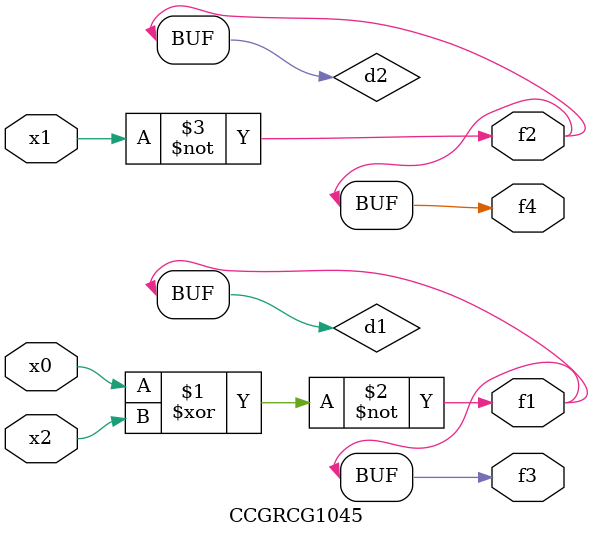
<source format=v>
module CCGRCG1045(
	input x0, x1, x2,
	output f1, f2, f3, f4
);

	wire d1, d2, d3;

	xnor (d1, x0, x2);
	nand (d2, x1);
	nor (d3, x1, x2);
	assign f1 = d1;
	assign f2 = d2;
	assign f3 = d1;
	assign f4 = d2;
endmodule

</source>
